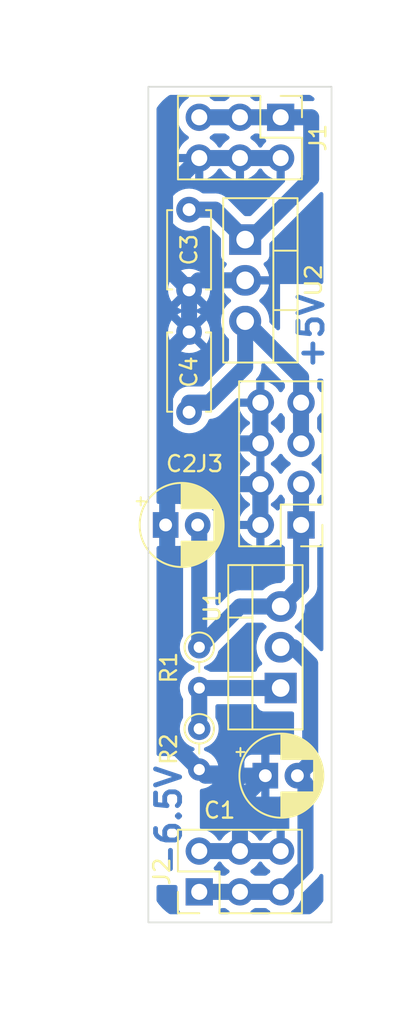
<source format=kicad_pcb>
(kicad_pcb (version 20211014) (generator pcbnew)
  (layers (0 "F.Cu" signal) (31 "B.Cu" signal) (34 "B.Paste" user) (35 "F.Paste" user) (36 "B.SilkS" user "B.Silkscreen") (37 "F.SilkS" user "F.Silkscreen") (38 "B.Mask" user) (39 "F.Mask" user) (44 "Edge.Cuts" user))
  (net 0 "")
  (net 1 "GNDA")
  (net 2 "-12VA")
  (net 3 "/-6.5V")
  (net 4 "+12VA")
  (net 5 "Net-(R1-Pad2)")
  (net 6 "/+5V")
  (footprint "Capacitor_THT:C_Disc_D4.7mm_W2.5mm_P5.00mm" (layer "F.Cu") (at 123.825 64.175 -90)
    (fp_text reference "C3" (at 2.5 0 90) (layer "F.SilkS"))
    (fp_text value "0.22uF")
    (fp_line (start 0.03 -1.37) (end 0.03 -1.055) (layer "F.SilkS") (width 0.12))
    (fp_line (start 4.97 1.055) (end 4.97 1.37) (layer "F.SilkS") (width 0.12))
    (fp_line (start 4.97 -1.37) (end 4.97 -1.055) (layer "F.SilkS") (width 0.12))
    (fp_line (start 0.03 1.055) (end 0.03 1.37) (layer "F.SilkS") (width 0.12))
    (fp_line (start 0.03 -1.37) (end 4.97 -1.37) (layer "F.SilkS") (width 0.12))
    (fp_line (start 0.03 1.37) (end 4.97 1.37) (layer "F.SilkS") (width 0.12))
    (pad "1" thru_hole circle (at 0 0 270) (size 1.6 1.6) (drill 0.8) (layers *.Cu *.Mask) (net 4 "+12VA"))
    (pad "2" thru_hole circle (at 5 0 270) (size 1.6 1.6) (drill 0.8) (layers *.Cu *.Mask) (net 1 "GNDA"))
  )
  (footprint "Resistor_THT:R_Axial_DIN0204_L3.6mm_D1.6mm_P2.54mm_Vertical" (layer "F.Cu") (at 124.46 91.44 -90)
    (fp_text reference "R1" (at 1.27 1.905 90) (layer "F.SilkS"))
    (fp_text value "120")
    (fp_line (start 0.92 0) (end 1.54 0) (layer "F.SilkS") (width 0.12))
    (fp_circle (center 0 0) (end 0.92 0) (layer "F.SilkS") (width 0.12) (fill none))
    (pad "1" thru_hole circle (at 0 0 270) (size 1.4 1.4) (drill 0.7) (layers *.Cu *.Mask) (net 3 "/-6.5V"))
    (pad "2" thru_hole oval (at 2.54 0 270) (size 1.4 1.4) (drill 0.7) (layers *.Cu *.Mask) (net 5 "Net-(R1-Pad2)"))
  )
  (footprint "Capacitor_THT:CP_Radial_D5.0mm_P2.00mm" (layer "F.Cu") (at 122.361888 83.82)
    (fp_text reference "C2" (at 1 -3.81) (layer "F.SilkS"))
    (fp_text value "10uF")
    (fp_line (start 2.801 1.04) (end 2.801 1.864) (layer "F.SilkS") (width 0.12))
    (fp_line (start 2.241 -2.268) (end 2.241 -1.04) (layer "F.SilkS") (width 0.12))
    (fp_line (start 1.44 1.04) (end 1.44 2.543) (layer "F.SilkS") (width 0.12))
    (fp_line (start 2.281 -2.247) (end 2.281 -1.04) (layer "F.SilkS") (width 0.12))
    (fp_line (start 2.201 1.04) (end 2.201 2.29) (layer "F.SilkS") (width 0.12))
    (fp_line (start 2.121 1.04) (end 2.121 2.329) (layer "F.SilkS") (width 0.12))
    (fp_line (start 2.601 1.04) (end 2.601 2.035) (layer "F.SilkS") (width 0.12))
    (fp_line (start 2.361 -2.2) (end 2.361 -1.04) (layer "F.SilkS") (width 0.12))
    (fp_line (start 3.441 -0.915) (end 3.441 0.915) (layer "F.SilkS") (width 0.12))
    (fp_line (start 2.001 1.04) (end 2.001 2.382) (layer "F.SilkS") (width 0.12))
    (fp_line (start 2.441 -2.149) (end 2.441 -1.04) (layer "F.SilkS") (width 0.12))
    (fp_line (start 1.28 1.04) (end 1.28 2.565) (layer "F.SilkS") (width 0.12))
    (fp_line (start 1.32 -2.561) (end 1.32 -1.04) (layer "F.SilkS") (width 0.12))
    (fp_line (start 2.881 -1.785) (end 2.881 -1.04) (layer "F.SilkS") (width 0.12))
    (fp_line (start 2.641 -2.004) (end 2.641 -1.04) (layer "F.SilkS") (width 0.12))
    (fp_line (start 2.441 1.04) (end 2.441 2.149) (layer "F.SilkS") (width 0.12))
    (fp_line (start 3.321 -1.178) (end 3.321 1.178) (layer "F.SilkS") (width 0.12))
    (fp_line (start 2.961 -1.699) (end 2.961 -1.04) (layer "F.SilkS") (width 0.12))
    (fp_line (start 1.721 1.04) (end 1.721 2.48) (layer "F.SilkS") (width 0.12))
    (fp_line (start 1.801 -2.455) (end 1.801 -1.04) (layer "F.SilkS") (width 0.12))
    (fp_line (start 2.921 -1.743) (end 2.921 -1.04) (layer "F.SilkS") (width 0.12))
    (fp_line (start 2.361 1.04) (end 2.361 2.2) (layer "F.SilkS") (width 0.12))
    (fp_line (start 1.6 1.04) (end 1.6 2.511) (layer "F.SilkS") (width 0.12))
    (fp_line (start 2.921 1.04) (end 2.921 1.743) (layer "F.SilkS") (width 0.12))
    (fp_line (start -1.804775 -1.475) (end -1.304775 -1.475) (layer "F.SilkS") (width 0.12))
    (fp_line (start 2.681 -1.971) (end 2.681 -1.04) (layer "F.SilkS") (width 0.12))
    (fp_line (start 2.561 -2.065) (end 2.561 -1.04) (layer "F.SilkS") (width 0.12))
    (fp_line (start 1.48 -2.536) (end 1.48 -1.04) (layer "F.SilkS") (width 0.12))
    (fp_line (start 2.641 1.04) (end 2.641 2.004) (layer "F.SilkS") (width 0.12))
    (fp_line (start 1.04 -2.58) (end 1.04 -1.04) (layer "F.SilkS") (width 0.12))
    (fp_line (start 3.521 -0.677) (end 3.521 0.677) (layer "F.SilkS") (width 0.12))
    (fp_line (start 2.281 1.04) (end 2.281 2.247) (layer "F.SilkS") (width 0.12))
    (fp_line (start 2.601 -2.035) (end 2.601 -1.04) (layer "F.SilkS") (width 0.12))
    (fp_line (start 1.44 -2.543) (end 1.44 -1.04) (layer "F.SilkS") (width 0.12))
    (fp_line (start 1.28 -2.565) (end 1.28 -1.04) (layer "F.SilkS") (width 0.12))
    (fp_line (start 1.36 1.04) (end 1.36 2.556) (layer "F.SilkS") (width 0.12))
    (fp_line (start 2.161 1.04) (end 2.161 2.31) (layer "F.SilkS") (width 0.12))
    (fp_line (start 3.121 -1.5) (end 3.121 1.5) (layer "F.SilkS") (width 0.12))
    (fp_line (start 1.4 -2.55) (end 1.4 -1.04) (layer "F.SilkS") (width 0.12))
    (fp_line (start 1 1.04) (end 1 2.58) (layer "F.SilkS") (width 0.12))
    (fp_line (start 1.52 -2.528) (end 1.52 -1.04) (layer "F.SilkS") (width 0.12))
    (fp_line (start 3.481 -0.805) (end 3.481 0.805) (layer "F.SilkS") (width 0.12))
    (fp_line (start 2.841 -1.826) (end 2.841 -1.04) (layer "F.SilkS") (width 0.12))
    (fp_line (start 2.681 1.04) (end 2.681 1.971) (layer "F.SilkS") (width 0.12))
    (fp_line (start 1.24 -2.569) (end 1.24 -1.04) (layer "F.SilkS") (width 0.12))
    (fp_line (start 1.841 1.04) (end 1.841 2.442) (layer "F.SilkS") (width 0.12))
    (fp_line (start 2.041 1.04) (end 2.041 2.365) (layer "F.SilkS") (width 0.12))
    (fp_line (start 2.561 1.04) (end 2.561 2.065) (layer "F.SilkS") (width 0.12))
    (fp_line (start 1.64 -2.501) (end 1.64 -1.04) (layer "F.SilkS") (width 0.12))
    (fp_line (start 2.401 1.04) (end 2.401 2.175) (layer "F.SilkS") (width 0.12))
    (fp_line (start 1.36 -2.556) (end 1.36 -1.04) (layer "F.SilkS") (width 0.12))
    (fp_line (start 1.48 1.04) (end 1.48 2.536) (layer "F.SilkS") (width 0.12))
    (fp_line (start 3.161 -1.443) (end 3.161 1.443) (layer "F.SilkS") (width 0.12))
    (fp_line (start 1.961 1.04) (end 1.961 2.398) (layer "F.SilkS") (width 0.12))
    (fp_line (start 2.481 -2.122) (end 2.481 -1.04) (layer "F.SilkS") (width 0.12))
    (fp_line (start 2.161 -2.31) (end 2.161 -1.04) (layer "F.SilkS") (width 0.12))
    (fp_line (start 1.921 -2.414) (end 1.921 -1.04) (layer "F.SilkS") (width 0.12))
    (fp_line (start 1.12 1.04) (end 1.12 2.578) (layer "F.SilkS") (width 0.12))
    (fp_line (start 1.841 -2.442) (end 1.841 -1.04) (layer "F.SilkS") (width 0.12))
    (fp_line (start 2.081 1.04) (end 2.081 2.348) (layer "F.SilkS") (width 0.12))
    (fp_line (start 1.32 1.04) (end 1.32 2.561) (layer "F.SilkS") (width 0.12))
    (fp_line (start 2.961 1.04) (end 2.961 1.699) (layer "F.SilkS") (width 0.12))
    (fp_line (start 3.201 -1.383) (end 3.201 1.383) (layer "F.SilkS") (width 0.12))
    (fp_line (start 1.12 -2.578) (end 1.12 -1.04) (layer "F.SilkS") (width 0.12))
    (fp_line (start 1.68 -2.491) (end 1.68 -1.04) (layer "F.SilkS") (width 0.12))
    (fp_line (start 2.121 -2.329) (end 2.121 -1.04) (layer "F.SilkS") (width 0.12))
    (fp_line (start 1.16 -2.576) (end 1.16 -1.04) (layer "F.SilkS") (width 0.12))
    (fp_line (start 3.041 -1.605) (end 3.041 1.605) (layer "F.SilkS") (width 0.12))
    (fp_line (start 3.401 -1.011) (end 3.401 1.011) (layer "F.SilkS") (width 0.12))
    (fp_line (start 1.16 1.04) (end 1.16 2.576) (layer "F.SilkS") (width 0.12))
    (fp_line (start 1.881 -2.428) (end 1.881 -1.04) (layer "F.SilkS") (width 0.12))
    (fp_line (start 1.881 1.04) (end 1.881 2.428) (layer "F.SilkS") (width 0.12))
    (fp_line (start 2.841 1.04) (end 2.841 1.826) (layer "F.SilkS") (width 0.12))
    (fp_line (start 3.241 -1.319) (end 3.241 1.319) (layer "F.SilkS") (width 0.12))
    (fp_line (start 3.081 -1.554) (end 3.081 1.554) (layer "F.SilkS") (width 0.12))
    (fp_line (start 3.001 -1.653) (end 3.001 -1.04) (layer "F.SilkS") (width 0.12))
    (fp_line (start 2.801 -1.864) (end 2.801 -1.04) (layer "F.SilkS") (width 0.12))
    (fp_line (start 3.601 -0.284) (end 3.601 0.284) (layer "F.SilkS") (width 0.12))
    (fp_line (start 1.2 1.04) (end 1.2 2.573) (layer "F.SilkS") (width 0.12))
    (fp_line (start 1.56 -2.52) (end 1.56 -1.04) (layer "F.SilkS") (width 0.12))
    (fp_line (start 2.081 -2.348) (end 2.081 -1.04) (layer "F.SilkS") (width 0.12))
    (fp_line (start -1.554775 -1.725) (end -1.554775 -1.225) (layer "F.SilkS") (width 0.12))
    (fp_line (start 3.361 -1.098) (end 3.361 1.098) (layer "F.SilkS") (width 0.12))
    (fp_line (start 1.64 1.04) (end 1.64 2.501) (layer "F.SilkS") (width 0.12))
    (fp_line (start 1.6 -2.511) (end 1.6 -1.04) (layer "F.SilkS") (width 0.12))
    (fp_line (start 2.721 1.04) (end 2.721 1.937) (layer "F.SilkS") (width 0.12))
    (fp_line (start 1.801 1.04) (end 1.801 2.455) (layer "F.SilkS") (width 0.12))
    (fp_line (start 1.921 1.04) (end 1.921 2.414) (layer "F.SilkS") (width 0.12))
    (fp_line (start 2.521 1.04) (end 2.521 2.095) (layer "F.SilkS") (width 0.12))
    (fp_line (start 1.24 1.04) (end 1.24 2.569) (layer "F.SilkS") (width 0.12))
    (fp_line (start 1.4 1.04) (end 1.4 2.55) (layer "F.SilkS") (width 0.12))
    (fp_line (start 2.401 -2.175) (end 2.401 -1.04) (layer "F.SilkS") (width 0.12))
    (fp_line (start 2.241 1.04) (end 2.241 2.268) (layer "F.SilkS") (width 0.12))
    (fp_line (start 2.321 1.04) (end 2.321 2.224) (layer "F.SilkS") (width 0.12))
    (fp_line (start 1.56 1.04) (end 1.56 2.52) (layer "F.SilkS") (width 0.12))
    (fp_line (start 2.761 1.04) (end 2.761 1.901) (layer "F.SilkS") (width 0.12))
    (fp_line (start 1.761 -2.468) (end 1.761 -1.04) (layer "F.SilkS") (width 0.12))
    (fp_line (start 3.001 1.04) (end 3.001 1.653) (layer "F.SilkS") (width 0.12))
    (fp_line (start 2.481 1.04) (end 2.481 2.122) (layer "F.SilkS") (width 0.12))
    (fp_line (start 1.08 1.04) (end 1.08 2.579) (layer "F.SilkS") (width 0.12))
    (fp_line (start 1.761 1.04) (end 1.761 2.468) (layer "F.SilkS") (width 0.12))
    (fp_line (start 3.281 -1.251) (end 3.281 1.251) (layer "F.SilkS") (width 0.12))
    (fp_line (start 1.2 -2.573) (end 1.2 -1.04) (layer "F.SilkS") (width 0.12))
    (fp_line (start 2.521 -2.095) (end 2.521 -1.04) (layer "F.SilkS") (width 0.12))
    (fp_line (start 2.001 -2.382) (end 2.001 -1.04) (layer "F.SilkS") (width 0.12))
    (fp_line (start 3.561 -0.518) (end 3.561 0.518) (layer "F.SilkS") (width 0.12))
    (fp_line (start 2.041 -2.365) (end 2.041 -1.04) (layer "F.SilkS") (width 0.12))
    (fp_line (start 2.321 -2.224) (end 2.321 -1.04) (layer "F.SilkS") (width 0.12))
    (fp_line (start 2.201 -2.29) (end 2.201 -1.04) (layer "F.SilkS") (width 0.12))
    (fp_line (start 1.961 -2.398) (end 1.961 -1.04) (layer "F.SilkS") (width 0.12))
    (fp_line (start 2.761 -1.901) (end 2.761 -1.04) (layer "F.SilkS") (width 0.12))
    (fp_line (start 1 -2.58) (end 1 -1.04) (layer "F.SilkS") (width 0.12))
    (fp_line (start 1.721 -2.48) (end 1.721 -1.04) (layer "F.SilkS") (width 0.12))
    (fp_line (start 1.08 -2.579) (end 1.08 -1.04) (layer "F.SilkS") (width 0.12))
    (fp_line (start 1.52 1.04) (end 1.52 2.528) (layer "F.SilkS") (width 0.12))
    (fp_line (start 2.881 1.04) (end 2.881 1.785) (layer "F.SilkS") (width 0.12))
    (fp_line (start 2.721 -1.937) (end 2.721 -1.04) (layer "F.SilkS") (width 0.12))
    (fp_line (start 1.04 1.04) (end 1.04 2.58) (layer "F.SilkS") (width 0.12))
    (fp_line (start 1.68 1.04) (end 1.68 2.491) (layer "F.SilkS") (width 0.12))
    (fp_circle (center 1 0) (end 3.62 0) (layer "F.SilkS") (width 0.12) (fill none))
    (pad "1" thru_hole rect (at 0 0) (size 1.6 1.6) (drill 0.8) (layers *.Cu *.Mask) (net 1 "GNDA"))
    (pad "2" thru_hole circle (at 2 0) (size 1.6 1.6) (drill 0.8) (layers *.Cu *.Mask) (net 3 "/-6.5V"))
  )
  (footprint "Connector_PinHeader_2.54mm:PinHeader_2x04_P2.54mm_Vertical" (layer "F.Cu") (at 130.815 83.82 180)
    (fp_text reference "J3" (at 5.72 3.81) (layer "F.SilkS"))
    (fp_text value "Conn_02x04_Odd_Even")
    (fp_line (start 3.87 -1.33) (end 3.87 8.95) (layer "F.SilkS") (width 0.12))
    (fp_line (start 1.27 1.27) (end 1.27 -1.33) (layer "F.SilkS") (width 0.12))
    (fp_line (start -1.33 1.27) (end -1.33 8.95) (layer "F.SilkS") (width 0.12))
    (fp_line (start -1.33 1.27) (end 1.27 1.27) (layer "F.SilkS") (width 0.12))
    (fp_line (start 1.27 -1.33) (end 3.87 -1.33) (layer "F.SilkS") (width 0.12))
    (fp_line (start -1.33 0) (end -1.33 -1.33) (layer "F.SilkS") (width 0.12))
    (fp_line (start -1.33 8.95) (end 3.87 8.95) (layer "F.SilkS") (width 0.12))
    (fp_line (start -1.33 -1.33) (end 0 -1.33) (layer "F.SilkS") (width 0.12))
    (pad "1" thru_hole rect (at 0 0 180) (size 1.7 1.7) (drill 1) (layers *.Cu *.Mask) (net 3 "/-6.5V"))
    (pad "2" thru_hole oval (at 2.54 0 180) (size 1.7 1.7) (drill 1) (layers *.Cu *.Mask) (net 1 "GNDA"))
    (pad "3" thru_hole oval (at 0 2.54 180) (size 1.7 1.7) (drill 1) (layers *.Cu *.Mask) (net 3 "/-6.5V"))
    (pad "4" thru_hole oval (at 2.54 2.54 180) (size 1.7 1.7) (drill 1) (layers *.Cu *.Mask) (net 1 "GNDA"))
    (pad "5" thru_hole oval (at 0 5.08 180) (size 1.7 1.7) (drill 1) (layers *.Cu *.Mask) (net 6 "/+5V"))
    (pad "6" thru_hole oval (at 2.54 5.08 180) (size 1.7 1.7) (drill 1) (layers *.Cu *.Mask) (net 1 "GNDA"))
    (pad "7" thru_hole oval (at 0 7.62 180) (size 1.7 1.7) (drill 1) (layers *.Cu *.Mask) (net 6 "/+5V"))
    (pad "8" thru_hole oval (at 2.54 7.62 180) (size 1.7 1.7) (drill 1) (layers *.Cu *.Mask) (net 1 "GNDA"))
  )
  (footprint "Capacitor_THT:CP_Radial_D5.0mm_P2.00mm" (layer "F.Cu") (at 128.584888 99.441)
    (fp_text reference "C1" (at -2.854888 2.159) (layer "F.SilkS"))
    (fp_text value "10uF")
    (fp_line (start 2.401 -2.175) (end 2.401 -1.04) (layer "F.SilkS") (width 0.12))
    (fp_line (start 2.801 1.04) (end 2.801 1.864) (layer "F.SilkS") (width 0.12))
    (fp_line (start 2.601 1.04) (end 2.601 2.035) (layer "F.SilkS") (width 0.12))
    (fp_line (start 1.801 1.04) (end 1.801 2.455) (layer "F.SilkS") (width 0.12))
    (fp_line (start 2.121 1.04) (end 2.121 2.329) (layer "F.SilkS") (width 0.12))
    (fp_line (start 1.12 1.04) (end 1.12 2.578) (layer "F.SilkS") (width 0.12))
    (fp_line (start 1.841 1.04) (end 1.841 2.442) (layer "F.SilkS") (width 0.12))
    (fp_line (start 2.441 1.04) (end 2.441 2.149) (layer "F.SilkS") (width 0.12))
    (fp_line (start 2.001 1.04) (end 2.001 2.382) (layer "F.SilkS") (width 0.12))
    (fp_line (start 1 1.04) (end 1 2.58) (layer "F.SilkS") (width 0.12))
    (fp_line (start 2.721 1.04) (end 2.721 1.937) (layer "F.SilkS") (width 0.12))
    (fp_line (start 1.48 1.04) (end 1.48 2.536) (layer "F.SilkS") (width 0.12))
    (fp_line (start 2.761 1.04) (end 2.761 1.901) (layer "F.SilkS") (width 0.12))
    (fp_line (start 1.36 1.04) (end 1.36 2.556) (layer "F.SilkS") (width 0.12))
    (fp_line (start 1.961 -2.398) (end 1.961 -1.04) (layer "F.SilkS") (width 0.12))
    (fp_line (start 1.08 1.04) (end 1.08 2.579) (layer "F.SilkS") (width 0.12))
    (fp_line (start 1.68 1.04) (end 1.68 2.491) (layer "F.SilkS") (width 0.12))
    (fp_line (start 2.481 1.04) (end 2.481 2.122) (layer "F.SilkS") (width 0.12))
    (fp_line (start 1.56 1.04) (end 1.56 2.52) (layer "F.SilkS") (width 0.12))
    (fp_line (start 1.801 -2.455) (end 1.801 -1.04) (layer "F.SilkS") (width 0.12))
    (fp_line (start 2.321 1.04) (end 2.321 2.224) (layer "F.SilkS") (width 0.12))
    (fp_line (start 3.161 -1.443) (end 3.161 1.443) (layer "F.SilkS") (width 0.12))
    (fp_line (start 1.28 -2.565) (end 1.28 -1.04) (layer "F.SilkS") (width 0.12))
    (fp_line (start 1.44 1.04) (end 1.44 2.543) (layer "F.SilkS") (width 0.12))
    (fp_line (start 1.68 -2.491) (end 1.68 -1.04) (layer "F.SilkS") (width 0.12))
    (fp_line (start 1.16 1.04) (end 1.16 2.576) (layer "F.SilkS") (width 0.12))
    (fp_line (start 1.36 -2.556) (end 1.36 -1.04) (layer "F.SilkS") (width 0.12))
    (fp_line (start 2.161 1.04) (end 2.161 2.31) (layer "F.SilkS") (width 0.12))
    (fp_line (start 2.481 -2.122) (end 2.481 -1.04) (layer "F.SilkS") (width 0.12))
    (fp_line (start 1.12 -2.578) (end 1.12 -1.04) (layer "F.SilkS") (width 0.12))
    (fp_line (start 1.921 -2.414) (end 1.921 -1.04) (layer "F.SilkS") (width 0.12))
    (fp_line (start 1.08 -2.579) (end 1.08 -1.04) (layer "F.SilkS") (width 0.12))
    (fp_line (start 3.321 -1.178) (end 3.321 1.178) (layer "F.SilkS") (width 0.12))
    (fp_line (start 3.361 -1.098) (end 3.361 1.098) (layer "F.SilkS") (width 0.12))
    (fp_line (start 2.921 -1.743) (end 2.921 -1.04) (layer "F.SilkS") (width 0.12))
    (fp_line (start 2.401 1.04) (end 2.401 2.175) (layer "F.SilkS") (width 0.12))
    (fp_line (start 1.721 -2.48) (end 1.721 -1.04) (layer "F.SilkS") (width 0.12))
    (fp_line (start -1.804775 -1.475) (end -1.304775 -1.475) (layer "F.SilkS") (width 0.12))
    (fp_line (start 2.961 1.04) (end 2.961 1.699) (layer "F.SilkS") (width 0.12))
    (fp_line (start 2.161 -2.31) (end 2.161 -1.04) (layer "F.SilkS") (width 0.12))
    (fp_line (start 2.241 -2.268) (end 2.241 -1.04) (layer "F.SilkS") (width 0.12))
    (fp_line (start 1.52 -2.528) (end 1.52 -1.04) (layer "F.SilkS") (width 0.12))
    (fp_line (start 1.881 1.04) (end 1.881 2.428) (layer "F.SilkS") (width 0.12))
    (fp_line (start 1.2 -2.573) (end 1.2 -1.04) (layer "F.SilkS") (width 0.12))
    (fp_line (start 3.481 -0.805) (end 3.481 0.805) (layer "F.SilkS") (width 0.12))
    (fp_line (start 3.121 -1.5) (end 3.121 1.5) (layer "F.SilkS") (width 0.12))
    (fp_line (start 1.32 1.04) (end 1.32 2.561) (layer "F.SilkS") (width 0.12))
    (fp_line (start 1.24 -2.569) (end 1.24 -1.04) (layer "F.SilkS") (width 0.12))
    (fp_line (start 2.041 1.04) (end 2.041 2.365) (layer "F.SilkS") (width 0.12))
    (fp_line (start 1.44 -2.543) (end 1.44 -1.04) (layer "F.SilkS") (width 0.12))
    (fp_line (start 2.721 -1.937) (end 2.721 -1.04) (layer "F.SilkS") (width 0.12))
    (fp_line (start 1.6 -2.511) (end 1.6 -1.04) (layer "F.SilkS") (width 0.12))
    (fp_line (start 2.801 -1.864) (end 2.801 -1.04) (layer "F.SilkS") (width 0.12))
    (fp_line (start 2.841 1.04) (end 2.841 1.826) (layer "F.SilkS") (width 0.12))
    (fp_line (start 1.64 1.04) (end 1.64 2.501) (layer "F.SilkS") (width 0.12))
    (fp_line (start 2.881 1.04) (end 2.881 1.785) (layer "F.SilkS") (width 0.12))
    (fp_line (start 1.721 1.04) (end 1.721 2.48) (layer "F.SilkS") (width 0.12))
    (fp_line (start 2.361 1.04) (end 2.361 2.2) (layer "F.SilkS") (width 0.12))
    (fp_line (start 1 -2.58) (end 1 -1.04) (layer "F.SilkS") (width 0.12))
    (fp_line (start 3.001 1.04) (end 3.001 1.653) (layer "F.SilkS") (width 0.12))
    (fp_line (start 1.04 1.04) (end 1.04 2.58) (layer "F.SilkS") (width 0.12))
    (fp_line (start 3.241 -1.319) (end 3.241 1.319) (layer "F.SilkS") (width 0.12))
    (fp_line (start 2.521 1.04) (end 2.521 2.095) (layer "F.SilkS") (width 0.12))
    (fp_line (start 2.281 1.04) (end 2.281 2.247) (layer "F.SilkS") (width 0.12))
    (fp_line (start 2.841 -1.826) (end 2.841 -1.04) (layer "F.SilkS") (width 0.12))
    (fp_line (start 3.041 -1.605) (end 3.041 1.605) (layer "F.SilkS") (width 0.12))
    (fp_line (start 1.52 1.04) (end 1.52 2.528) (layer "F.SilkS") (width 0.12))
    (fp_line (start 3.561 -0.518) (end 3.561 0.518) (layer "F.SilkS") (width 0.12))
    (fp_line (start 2.321 -2.224) (end 2.321 -1.04) (layer "F.SilkS") (width 0.12))
    (fp_line (start 1.2 1.04) (end 1.2 2.573) (layer "F.SilkS") (width 0.12))
    (fp_line (start 2.361 -2.2) (end 2.361 -1.04) (layer "F.SilkS") (width 0.12))
    (fp_line (start 3.401 -1.011) (end 3.401 1.011) (layer "F.SilkS") (width 0.12))
    (fp_line (start 1.16 -2.576) (end 1.16 -1.04) (layer "F.SilkS") (width 0.12))
    (fp_line (start 1.4 -2.55) (end 1.4 -1.04) (layer "F.SilkS") (width 0.12))
    (fp_line (start 1.64 -2.501) (end 1.64 -1.04) (layer "F.SilkS") (width 0.12))
    (fp_line (start 1.881 -2.428) (end 1.881 -1.04) (layer "F.SilkS") (width 0.12))
    (fp_line (start 2.521 -2.095) (end 2.521 -1.04) (layer "F.SilkS") (width 0.12))
    (fp_line (start 2.041 -2.365) (end 2.041 -1.04) (layer "F.SilkS") (width 0.12))
    (fp_line (start 3.281 -1.251) (end 3.281 1.251) (layer "F.SilkS") (width 0.12))
    (fp_line (start 2.561 -2.065) (end 2.561 -1.04) (layer "F.SilkS") (width 0.12))
    (fp_line (start 2.081 1.04) (end 2.081 2.348) (layer "F.SilkS") (width 0.12))
    (fp_line (start 2.441 -2.149) (end 2.441 -1.04) (layer "F.SilkS") (width 0.12))
    (fp_line (start 2.121 -2.329) (end 2.121 -1.04) (layer "F.SilkS") (width 0.12))
    (fp_line (start 3.521 -0.677) (end 3.521 0.677) (layer "F.SilkS") (width 0.12))
    (fp_line (start 1.28 1.04) (end 1.28 2.565) (layer "F.SilkS") (width 0.12))
    (fp_line (start 1.761 -2.468) (end 1.761 -1.04) (layer "F.SilkS") (width 0.12))
    (fp_line (start 1.761 1.04) (end 1.761 2.468) (layer "F.SilkS") (width 0.12))
    (fp_line (start -1.554775 -1.725) (end -1.554775 -1.225) (layer "F.SilkS") (width 0.12))
    (fp_line (start 1.24 1.04) (end 1.24 2.569) (layer "F.SilkS") (width 0.12))
    (fp_line (start 3.201 -1.383) (end 3.201 1.383) (layer "F.SilkS") (width 0.12))
    (fp_line (start 2.881 -1.785) (end 2.881 -1.04) (layer "F.SilkS") (width 0.12))
    (fp_line (start 2.961 -1.699) (end 2.961 -1.04) (layer "F.SilkS") (width 0.12))
    (fp_line (start 2.561 1.04) (end 2.561 2.065) (layer "F.SilkS") (width 0.12))
    (fp_line (start 3.601 -0.284) (end 3.601 0.284) (layer "F.SilkS") (width 0.12))
    (fp_line (start 3.081 -1.554) (end 3.081 1.554) (layer "F.SilkS") (width 0.12))
    (fp_line (start 2.201 1.04) (end 2.201 2.29) (layer "F.SilkS") (width 0.12))
    (fp_line (start 1.841 -2.442) (end 1.841 -1.04) (layer "F.SilkS") (width 0.12))
    (fp_line (start 2.921 1.04) (end 2.921 1.743) (layer "F.SilkS") (width 0.12))
    (fp_line (start 1.961 1.04) (end 1.961 2.398) (layer "F.SilkS") (width 0.12))
    (fp_line (start 2.081 -2.348) (end 2.081 -1.04) (layer "F.SilkS") (width 0.12))
    (fp_line (start 2.601 -2.035) (end 2.601 -1.04) (layer "F.SilkS") (width 0.12))
    (fp_line (start 2.681 -1.971) (end 2.681 -1.04) (layer "F.SilkS") (width 0.12))
    (fp_line (start 1.6 1.04) (end 1.6 2.511) (layer "F.SilkS") (width 0.12))
    (fp_line (start 2.241 1.04) (end 2.241 2.268) (layer "F.SilkS") (width 0.12))
    (fp_line (start 2.201 -2.29) (end 2.201 -1.04) (layer "F.SilkS") (width 0.12))
    (fp_line (start 2.281 -2.247) (end 2.281 -1.04) (layer "F.SilkS") (width 0.12))
    (fp_line (start 1.4 1.04) (end 1.4 2.55) (layer "F.SilkS") (width 0.12))
    (fp_line (start 1.48 -2.536) (end 1.48 -1.04) (layer "F.SilkS") (width 0.12))
    (fp_line (start 2.681 1.04) (end 2.681 1.971) (layer "F.SilkS") (width 0.12))
    (fp_line (start 2.001 -2.382) (end 2.001 -1.04) (layer "F.SilkS") (width 0.12))
    (fp_line (start 3.441 -0.915) (end 3.441 0.915) (layer "F.SilkS") (width 0.12))
    (fp_line (start 3.001 -1.653) (end 3.001 -1.04) (layer "F.SilkS") (width 0.12))
    (fp_line (start 1.04 -2.58) (end 1.04 -1.04) (layer "F.SilkS") (width 0.12))
    (fp_line (start 1.32 -2.561) (end 1.32 -1.04) (layer "F.SilkS") (width 0.12))
    (fp_line (start 2.641 1.04) (end 2.641 2.004) (layer "F.SilkS") (width 0.12))
    (fp_line (start 1.921 1.04) (end 1.921 2.414) (layer "F.SilkS") (width 0.12))
    (fp_line (start 1.56 -2.52) (end 1.56 -1.04) (layer "F.SilkS") (width 0.12))
    (fp_line (start 2.761 -1.901) (end 2.761 -1.04) (layer "F.SilkS") (width 0.12))
    (fp_line (start 2.641 -2.004) (end 2.641 -1.04) (layer "F.SilkS") (width 0.12))
    (fp_circle (center 1 0) (end 3.62 0) (layer "F.SilkS") (width 0.12) (fill none))
    (pad "1" thru_hole rect (at 0 0) (size 1.6 1.6) (drill 0.8) (layers *.Cu *.Mask) (net 1 "GNDA"))
    (pad "2" thru_hole circle (at 2 0) (size 1.6 1.6) (drill 0.8) (layers *.Cu *.Mask) (net 2 "-12VA"))
  )
  (footprint "Connector_PinHeader_2.54mm:PinHeader_2x03_P2.54mm_Vertical" (layer "F.Cu") (at 124.46 106.68 90)
    (fp_text reference "J2" (at 1.27 -2.33 90) (layer "F.SilkS"))
    (fp_text value "Conn_02x03_Odd_Even")
    (fp_line (start -1.33 0) (end -1.33 -1.33) (layer "F.SilkS") (width 0.12))
    (fp_line (start -1.33 -1.33) (end 0 -1.33) (layer "F.SilkS") (width 0.12))
    (fp_line (start 3.87 -1.33) (end 3.87 6.41) (layer "F.SilkS") (width 0.12))
    (fp_line (start -1.33 1.27) (end 1.27 1.27) (layer "F.SilkS") (width 0.12))
    (fp_line (start -1.33 1.27) (end -1.33 6.41) (layer "F.SilkS") (width 0.12))
    (fp_line (start 1.27 1.27) (end 1.27 -1.33) (layer "F.SilkS") (width 0.12))
    (fp_line (start 1.27 -1.33) (end 3.87 -1.33) (layer "F.SilkS") (width 0.12))
    (fp_line (start -1.33 6.41) (end 3.87 6.41) (layer "F.SilkS") (width 0.12))
    (pad "1" thru_hole rect (at 0 0 90) (size 1.7 1.7) (drill 1) (layers *.Cu *.Mask) (net 2 "-12VA"))
    (pad "2" thru_hole oval (at 2.54 0 90) (size 1.7 1.7) (drill 1) (layers *.Cu *.Mask) (net 1 "GNDA"))
    (pad "3" thru_hole oval (at 0 2.54 90) (size 1.7 1.7) (drill 1) (layers *.Cu *.Mask) (net 2 "-12VA"))
    (pad "4" thru_hole oval (at 2.54 2.54 90) (size 1.7 1.7) (drill 1) (layers *.Cu *.Mask) (net 1 "GNDA"))
    (pad "5" thru_hole oval (at 0 5.08 90) (size 1.7 1.7) (drill 1) (layers *.Cu *.Mask) (net 2 "-12VA"))
    (pad "6" thru_hole oval (at 2.54 5.08 90) (size 1.7 1.7) (drill 1) (layers *.Cu *.Mask) (net 1 "GNDA"))
  )
  (footprint "Package_TO_SOT_THT:TO-220-3_Vertical" (layer "F.Cu") (at 129.54 93.98 90)
    (fp_text reference "U1" (at 5.08 -4.27 90) (layer "F.SilkS"))
    (fp_text value "LM337_TO220")
    (fp_line (start 0.69 -3.27) (end 0.69 -1.76) (layer "F.SilkS") (width 0.12))
    (fp_line (start -2.58 -1.76) (end 7.66 -1.76) (layer "F.SilkS") (width 0.12))
    (fp_line (start 4.391 -3.27) (end 4.391 -1.76) (layer "F.SilkS") (width 0.12))
    (fp_line (start -2.58 1.371) (end 7.66 1.371) (layer "F.SilkS") (width 0.12))
    (fp_line (start -2.58 -3.27) (end -2.58 1.371) (layer "F.SilkS") (width 0.12))
    (fp_line (start 7.66 -3.27) (end 7.66 1.371) (layer "F.SilkS") (width 0.12))
    (fp_line (start -2.58 -3.27) (end 7.66 -3.27) (layer "F.SilkS") (width 0.12))
    (pad "1" thru_hole rect (at 0 0 90) (size 1.905 2) (drill 1.1) (layers *.Cu *.Mask) (net 5 "Net-(R1-Pad2)"))
    (pad "2" thru_hole oval (at 2.54 0 90) (size 1.905 2) (drill 1.1) (layers *.Cu *.Mask) (net 2 "-12VA"))
    (pad "3" thru_hole oval (at 5.08 0 90) (size 1.905 2) (drill 1.1) (layers *.Cu *.Mask) (net 3 "/-6.5V"))
  )
  (footprint "Resistor_THT:R_Axial_DIN0204_L3.6mm_D1.6mm_P2.54mm_Vertical" (layer "F.Cu") (at 124.46 96.52 -90)
    (fp_text reference "R2" (at 1.27 1.905 90) (layer "F.SilkS"))
    (fp_text value "R")
    (fp_line (start 0.92 0) (end 1.54 0) (layer "F.SilkS") (width 0.12))
    (fp_circle (center 0 0) (end 0.92 0) (layer "F.SilkS") (width 0.12) (fill none))
    (pad "1" thru_hole circle (at 0 0 270) (size 1.4 1.4) (drill 0.7) (layers *.Cu *.Mask) (net 5 "Net-(R1-Pad2)"))
    (pad "2" thru_hole oval (at 2.54 0 270) (size 1.4 1.4) (drill 0.7) (layers *.Cu *.Mask) (net 1 "GNDA"))
  )
  (footprint "Connector_PinHeader_2.54mm:PinHeader_2x03_P2.54mm_Vertical" (layer "F.Cu") (at 129.54 58.42 -90)
    (fp_text reference "J1" (at 1.27 -2.33 90) (layer "F.SilkS"))
    (fp_text value "Conn_02x03_Odd_Even")
    (fp_line (start -1.33 0) (end -1.33 -1.33) (layer "F.SilkS") (width 0.12))
    (fp_line (start -1.33 6.41) (end 3.87 6.41) (layer "F.SilkS") (width 0.12))
    (fp_line (start -1.33 -1.33) (end 0 -1.33) (layer "F.SilkS") (width 0.12))
    (fp_line (start -1.33 1.27) (end 1.27 1.27) (layer "F.SilkS") (width 0.12))
    (fp_line (start 1.27 -1.33) (end 3.87 -1.33) (layer "F.SilkS") (width 0.12))
    (fp_line (start -1.33 1.27) (end -1.33 6.41) (layer "F.SilkS") (width 0.12))
    (fp_line (start 1.27 1.27) (end 1.27 -1.33) (layer "F.SilkS") (width 0.12))
    (fp_line (start 3.87 -1.33) (end 3.87 6.41) (layer "F.SilkS") (width 0.12))
    (pad "1" thru_hole rect (at 0 0 270) (size 1.7 1.7) (drill 1) (layers *.Cu *.Mask) (net 4 "+12VA"))
    (pad "2" thru_hole oval (at 2.54 0 270) (size 1.7 1.7) (drill 1) (layers *.Cu *.Mask) (net 1 "GNDA"))
    (pad "3" thru_hole oval (at 0 2.54 270) (size 1.7 1.7) (drill 1) (layers *.Cu *.Mask) (net 4 "+12VA"))
    (pad "4" thru_hole oval (at 2.54 2.54 270) (size 1.7 1.7) (drill 1) (layers *.Cu *.Mask) (net 1 "GNDA"))
    (pad "5" thru_hole oval (at 0 5.08 270) (size 1.7 1.7) (drill 1) (layers *.Cu *.Mask) (net 4 "+12VA"))
    (pad "6" thru_hole oval (at 2.54 5.08 270) (size 1.7 1.7) (drill 1) (layers *.Cu *.Mask) (net 1 "GNDA"))
  )
  (footprint "Capacitor_THT:C_Disc_D4.7mm_W2.5mm_P5.00mm" (layer "F.Cu") (at 123.825 76.795 90)
    (fp_text reference "C4" (at 2.5 0 90) (layer "F.SilkS"))
    (fp_text value "0.1uF")
    (fp_line (start 0.03 -1.37) (end 4.97 -1.37) (layer "F.SilkS") (width 0.12))
    (fp_line (start 0.03 1.055) (end 0.03 1.37) (layer "F.SilkS") (width 0.12))
    (fp_line (start 0.03 -1.37) (end 0.03 -1.055) (layer "F.SilkS") (width 0.12))
    (fp_line (start 4.97 1.055) (end 4.97 1.37) (layer "F.SilkS") (width 0.12))
    (fp_line (start 4.97 -1.37) (end 4.97 -1.055) (layer "F.SilkS") (width 0.12))
    (fp_line (start 0.03 1.37) (end 4.97 1.37) (layer "F.SilkS") (width 0.12))
    (pad "1" thru_hole circle (at 0 0 90) (size 1.6 1.6) (drill 0.8) (layers *.Cu *.Mask) (net 6 "/+5V"))
    (pad "2" thru_hole circle (at 5 0 90) (size 1.6 1.6) (drill 0.8) (layers *.Cu *.Mask) (net 1 "GNDA"))
  )
  (footprint "Package_TO_SOT_THT:TO-220-3_Vertical" (layer "F.Cu") (at 127.325 66.04 -90)
    (fp_text reference "U2" (at 2.54 -4.27 90) (layer "F.SilkS"))
    (fp_text value "LM7805_TO220")
    (fp_line (start -2.58 -1.76) (end 7.66 -1.76) (layer "F.SilkS") (width 0.12))
    (fp_line (start -2.58 1.371) (end 7.66 1.371) (layer "F.SilkS") (width 0.12))
    (fp_line (start -2.58 -3.27) (end 7.66 -3.27) (layer "F.SilkS") (width 0.12))
    (fp_line (start 4.391 -3.27) (end 4.391 -1.76) (layer "F.SilkS") (width 0.12))
    (fp_line (start 7.66 -3.27) (end 7.66 1.371) (layer "F.SilkS") (width 0.12))
    (fp_line (start 0.69 -3.27) (end 0.69 -1.76) (layer "F.SilkS") (width 0.12))
    (fp_line (start -2.58 -3.27) (end -2.58 1.371) (layer "F.SilkS") (width 0.12))
    (pad "1" thru_hole rect (at 0 0 270) (size 1.905 2) (drill 1.1) (layers *.Cu *.Mask) (net 4 "+12VA"))
    (pad "2" thru_hole oval (at 2.54 0 270) (size 1.905 2) (drill 1.1) (layers *.Cu *.Mask) (net 1 "GNDA"))
    (pad "3" thru_hole oval (at 5.08 0 270) (size 1.905 2) (drill 1.1) (layers *.Cu *.Mask) (net 6 "/+5V"))
  )
  (gr_rect (start 132.715 56.515) (end 121.285 108.585) (layer "Edge.Cuts") (width 0.1) (fill none))
  (gr_text "+5V" (at 131.445 71.755 90) (layer "B.Cu") (effects (font (size 1.5 1.5) (thickness 0.3))))
  (gr_text "-6.5V" (at 122.555 102.235 90) (layer "B.Cu") (effects (font (size 1.5 1.5) (thickness 0.3))))
  (segment (start 124.42 68.58) (end 123.825 69.175) (width 1) (layer "B.Cu") (net 1))
  (segment (start 124.46 99.06) (end 122.46 97.06) (width 1) (layer "B.Cu") (net 1))
  (segment (start 124.46 104.14) (end 127 104.14) (width 1) (layer "B.Cu") (net 1))
  (segment (start 123.19 81.28) (end 122.46 82.01) (width 1) (layer "B.Cu") (net 1))
  (segment (start 127 104.14) (end 129.54 104.14) (width 1) (layer "B.Cu") (net 1))
  (segment (start 127 101.025888) (end 128.584888 99.441) (width 1) (layer "B.Cu") (net 1))
  (segment (start 124.841 99.441) (end 124.46 99.06) (width 1) (layer "B.Cu") (net 1))
  (segment (start 129.54 60.96) (end 127 60.96) (width 1) (layer "B.Cu") (net 1))
  (segment (start 122.46 97.06) (end 122.46 83.82) (width 1) (layer "B.Cu") (net 1))
  (segment (start 122.325489 77.875489) (end 123.19 78.74) (width 1) (layer "B.Cu") (net 1))
  (segment (start 127 104.14) (end 127 101.025888) (width 1) (layer "B.Cu") (net 1))
  (segment (start 122.325489 73.294511) (end 122.325489 77.875489) (width 1) (layer "B.Cu") (net 1))
  (segment (start 122.325489 63.094511) (end 124.46 60.96) (width 1) (layer "B.Cu") (net 1))
  (segment (start 128.275 81.28) (end 123.19 81.28) (width 1) (layer "B.Cu") (net 1))
  (segment (start 123.825 71.795) (end 122.325489 73.294511) (width 1) (layer "B.Cu") (net 1))
  (segment (start 127.325 68.58) (end 124.42 68.58) (width 1) (layer "B.Cu") (net 1))
  (segment (start 128.584888 99.441) (end 124.841 99.441) (width 1) (layer "B.Cu") (net 1))
  (segment (start 128.275 81.28) (end 128.275 83.82) (width 1) (layer "B.Cu") (net 1))
  (segment (start 124.46 60.96) (end 127 60.96) (width 1) (layer "B.Cu") (net 1))
  (segment (start 123.825 71.795) (end 123.825 69.175) (width 1) (layer "B.Cu") (net 1))
  (segment (start 122.46 82.01) (end 122.46 83.82) (width 1) (layer "B.Cu") (net 1))
  (segment (start 122.325489 67.675489) (end 122.325489 63.094511) (width 1) (layer "B.Cu") (net 1))
  (segment (start 123.19 78.74) (end 128.275 78.74) (width 1) (layer "B.Cu") (net 1))
  (segment (start 123.825 69.175) (end 122.325489 67.675489) (width 1) (layer "B.Cu") (net 1))
  (segment (start 128.275 76.2) (end 128.275 78.74) (width 1) (layer "B.Cu") (net 1))
  (segment (start 131.089511 99.945623) (end 130.584888 99.441) (width 1) (layer "B.Cu") (net 2))
  (segment (start 131.089511 105.130489) (end 131.089511 99.945623) (width 1) (layer "B.Cu") (net 2))
  (segment (start 131.384887 98.641001) (end 131.384887 92.473365) (width 1) (layer "B.Cu") (net 2))
  (segment (start 130.584888 99.441) (end 131.384887 98.641001) (width 1) (layer "B.Cu") (net 2))
  (segment (start 131.384887 92.473365) (end 130.351522 91.44) (width 1) (layer "B.Cu") (net 2))
  (segment (start 127 106.68) (end 129.54 106.68) (width 1) (layer "B.Cu") (net 2))
  (segment (start 124.46 106.68) (end 127 106.68) (width 1) (layer "B.Cu") (net 2))
  (segment (start 130.351522 91.44) (end 129.54 91.44) (width 1) (layer "B.Cu") (net 2))
  (segment (start 129.54 106.68) (end 131.089511 105.130489) (width 1) (layer "B.Cu") (net 2))
  (segment (start 130.81 83.82) (end 130.81 81.28) (width 1) (layer "B.Cu") (net 3))
  (segment (start 129.54 88.9) (end 127 88.9) (width 1) (layer "B.Cu") (net 3))
  (segment (start 130.815 87.625) (end 129.54 88.9) (width 1) (layer "B.Cu") (net 3))
  (segment (start 130.815 83.82) (end 130.815 87.625) (width 1) (layer "B.Cu") (net 3))
  (segment (start 124.46 83.82) (end 124.46 91.44) (width 1) (layer "B.Cu") (net 3))
  (segment (start 127 88.9) (end 124.46 91.44) (width 1) (layer "B.Cu") (net 3))
  (segment (start 127.325 66.04) (end 127.635 66.04) (width 1) (layer "B.Cu") (net 4))
  (segment (start 124.46 58.42) (end 127 58.42) (width 1) (layer "B.Cu") (net 4))
  (segment (start 131.445 58.42) (end 129.54 58.42) (width 1) (layer "B.Cu") (net 4))
  (segment (start 127.635 66.04) (end 131.445 62.23) (width 1) (layer "B.Cu") (net 4))
  (segment (start 131.445 62.23) (end 131.445 58.42) (width 1) (layer "B.Cu") (net 4))
  (segment (start 127 58.42) (end 129.54 58.42) (width 1) (layer "B.Cu") (net 4))
  (segment (start 125.46 64.175) (end 127.325 66.04) (width 1) (layer "B.Cu") (net 4))
  (segment (start 123.825 64.175) (end 125.46 64.175) (width 1) (layer "B.Cu") (net 4))
  (segment (start 124.46 96.52) (end 124.46 93.98) (width 1) (layer "B.Cu") (net 5))
  (segment (start 124.46 93.98) (end 129.54 93.98) (width 1) (layer "B.Cu") (net 5))
  (segment (start 125.095 76.2) (end 127.325 73.97) (width 1) (layer "B.Cu") (net 6))
  (segment (start 130.815 76.2) (end 130.815 74.61) (width 1) (layer "B.Cu") (net 6))
  (segment (start 123.825 76.2) (end 125.095 76.2) (width 1) (layer "B.Cu") (net 6))
  (segment (start 127.325 73.97) (end 127.325 71.12) (width 1) (layer "B.Cu") (net 6))
  (segment (start 130.815 74.61) (end 127.325 71.12) (width 1) (layer "B.Cu") (net 6))
  (segment (start 130.81 78.74) (end 130.81 76.2) (width 1) (layer "B.Cu") (net 6))
  (zone (net 1) (net_name "GNDA") (layer "B.Cu") (connect_pads (clearance 0.508)) (min_thickness 0.254) (fill yes (thermal_gap 0.508) (thermal_bridge_width 0.508) (smoothing fillet) (radius 3) (island_removal_mode 1) (island_area_min 0))
    (polygon (pts (xy 133.35 109.22) (xy 120.634281 109.22) (xy 120.634281 55.88) (xy 133.35 55.88)))
  )
)
</source>
